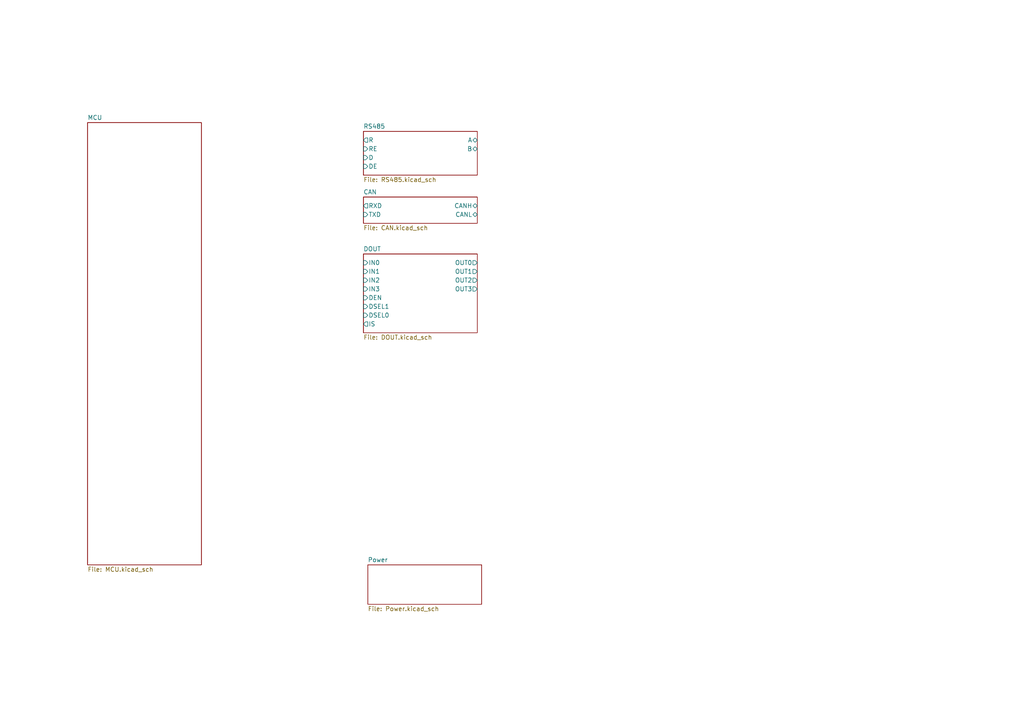
<source format=kicad_sch>
(kicad_sch
	(version 20231120)
	(generator "eeschema")
	(generator_version "8.0")
	(uuid "0d177ca6-e392-45a0-9514-d370436392ef")
	(paper "A4")
	(title_block
		(title "Open-PLC-Project")
		(date "2024-12-01")
		(company "-")
		(comment 1 "See the file \"LICENSE\" in the main directory of this archive for more details.")
		(comment 2 "This file is subject to the terms and conditions of the MIT License.")
		(comment 3 "Copyright (c) 2024 Yoon-Ki Hong")
	)
	(lib_symbols)
	(sheet
		(at 25.4 35.56)
		(size 33.02 128.27)
		(fields_autoplaced yes)
		(stroke
			(width 0.1524)
			(type solid)
		)
		(fill
			(color 0 0 0 0.0000)
		)
		(uuid "4500522c-e4c8-424c-82ea-be640253686b")
		(property "Sheetname" "MCU"
			(at 25.4 34.8484 0)
			(effects
				(font
					(size 1.27 1.27)
				)
				(justify left bottom)
			)
		)
		(property "Sheetfile" "MCU.kicad_sch"
			(at 25.4 164.4146 0)
			(effects
				(font
					(size 1.27 1.27)
				)
				(justify left top)
			)
		)
		(instances
			(project "Open-PLC-Project"
				(path "/0d177ca6-e392-45a0-9514-d370436392ef"
					(page "2")
				)
			)
		)
	)
	(sheet
		(at 106.68 163.83)
		(size 33.02 11.43)
		(fields_autoplaced yes)
		(stroke
			(width 0.1524)
			(type solid)
		)
		(fill
			(color 0 0 0 0.0000)
		)
		(uuid "94b67e7c-4fbc-4e60-a407-bbddd4f9dc06")
		(property "Sheetname" "Power"
			(at 106.68 163.1184 0)
			(effects
				(font
					(size 1.27 1.27)
				)
				(justify left bottom)
			)
		)
		(property "Sheetfile" "Power.kicad_sch"
			(at 106.68 175.8446 0)
			(effects
				(font
					(size 1.27 1.27)
				)
				(justify left top)
			)
		)
		(instances
			(project "Open-PLC-Project"
				(path "/0d177ca6-e392-45a0-9514-d370436392ef"
					(page "3")
				)
			)
		)
	)
	(sheet
		(at 105.41 73.66)
		(size 33.02 22.86)
		(fields_autoplaced yes)
		(stroke
			(width 0.1524)
			(type solid)
		)
		(fill
			(color 0 0 0 0.0000)
		)
		(uuid "caced042-0264-4901-a3a6-78acc82068a3")
		(property "Sheetname" "DOUT"
			(at 105.41 72.9484 0)
			(effects
				(font
					(size 1.27 1.27)
				)
				(justify left bottom)
			)
		)
		(property "Sheetfile" "DOUT.kicad_sch"
			(at 105.41 97.1046 0)
			(effects
				(font
					(size 1.27 1.27)
				)
				(justify left top)
			)
		)
		(pin "OUT2" output
			(at 138.43 81.28 0)
			(effects
				(font
					(size 1.27 1.27)
				)
				(justify right)
			)
			(uuid "a03cfe57-aa0f-404f-bf0a-87cfd52edae5")
		)
		(pin "OUT0" output
			(at 138.43 76.2 0)
			(effects
				(font
					(size 1.27 1.27)
				)
				(justify right)
			)
			(uuid "acea8a69-1ccc-4f12-bbf5-dc7779dd8c96")
		)
		(pin "OUT1" output
			(at 138.43 78.74 0)
			(effects
				(font
					(size 1.27 1.27)
				)
				(justify right)
			)
			(uuid "89b81fde-ab91-42b3-b8b0-11eca9995458")
		)
		(pin "OUT3" output
			(at 138.43 83.82 0)
			(effects
				(font
					(size 1.27 1.27)
				)
				(justify right)
			)
			(uuid "11c57ba0-90cf-4f55-8b6e-b59dfe6d759f")
		)
		(pin "IS" output
			(at 105.41 93.98 180)
			(effects
				(font
					(size 1.27 1.27)
				)
				(justify left)
			)
			(uuid "e3ec56bd-f0d5-4ab1-832d-8d07cb32e680")
		)
		(pin "IN0" input
			(at 105.41 76.2 180)
			(effects
				(font
					(size 1.27 1.27)
				)
				(justify left)
			)
			(uuid "be43980c-3da3-4b5e-bb5f-1b894212ea5d")
		)
		(pin "IN2" input
			(at 105.41 81.28 180)
			(effects
				(font
					(size 1.27 1.27)
				)
				(justify left)
			)
			(uuid "830a0157-6bd3-4b01-9162-d6a765fc8cb3")
		)
		(pin "IN1" input
			(at 105.41 78.74 180)
			(effects
				(font
					(size 1.27 1.27)
				)
				(justify left)
			)
			(uuid "098199c9-b488-4aa5-bf39-684bd08d337f")
		)
		(pin "IN3" input
			(at 105.41 83.82 180)
			(effects
				(font
					(size 1.27 1.27)
				)
				(justify left)
			)
			(uuid "fba03b95-9852-4a11-884e-e173762af897")
		)
		(pin "DEN" input
			(at 105.41 86.36 180)
			(effects
				(font
					(size 1.27 1.27)
				)
				(justify left)
			)
			(uuid "3fc226c9-be1d-4fef-bd68-75d63810e524")
		)
		(pin "DSEL1" input
			(at 105.41 88.9 180)
			(effects
				(font
					(size 1.27 1.27)
				)
				(justify left)
			)
			(uuid "71758543-d91e-4ae9-bea0-389c001a08f9")
		)
		(pin "DSEL0" input
			(at 105.41 91.44 180)
			(effects
				(font
					(size 1.27 1.27)
				)
				(justify left)
			)
			(uuid "b2b12e6c-b1c5-4bad-b9ed-adb0fe02815a")
		)
		(instances
			(project "Open-PLC-Project"
				(path "/0d177ca6-e392-45a0-9514-d370436392ef"
					(page "6")
				)
			)
		)
	)
	(sheet
		(at 105.41 38.1)
		(size 33.02 12.7)
		(fields_autoplaced yes)
		(stroke
			(width 0.1524)
			(type solid)
		)
		(fill
			(color 0 0 0 0.0000)
		)
		(uuid "d89ef6a0-3ba7-4277-9277-8f32ad685bed")
		(property "Sheetname" "RS485"
			(at 105.41 37.3884 0)
			(effects
				(font
					(size 1.27 1.27)
				)
				(justify left bottom)
			)
		)
		(property "Sheetfile" "RS485.kicad_sch"
			(at 105.41 51.3846 0)
			(effects
				(font
					(size 1.27 1.27)
				)
				(justify left top)
			)
		)
		(pin "RE" input
			(at 105.41 43.18 180)
			(effects
				(font
					(size 1.27 1.27)
				)
				(justify left)
			)
			(uuid "bef71e21-0ff8-4c29-8edb-5303b556a8bd")
		)
		(pin "D" input
			(at 105.41 45.72 180)
			(effects
				(font
					(size 1.27 1.27)
				)
				(justify left)
			)
			(uuid "a834c9a6-ebeb-48a9-9e09-ce51f60cde21")
		)
		(pin "DE" input
			(at 105.41 48.26 180)
			(effects
				(font
					(size 1.27 1.27)
				)
				(justify left)
			)
			(uuid "b1f9c503-d364-47a2-bcc1-ebeb5b64b4ae")
		)
		(pin "R" output
			(at 105.41 40.64 180)
			(effects
				(font
					(size 1.27 1.27)
				)
				(justify left)
			)
			(uuid "883d29ca-0649-47ad-a110-ca79ee613543")
		)
		(pin "A" bidirectional
			(at 138.43 40.64 0)
			(effects
				(font
					(size 1.27 1.27)
				)
				(justify right)
			)
			(uuid "030f71fe-d859-4712-9948-56df3116aa81")
		)
		(pin "B" bidirectional
			(at 138.43 43.18 0)
			(effects
				(font
					(size 1.27 1.27)
				)
				(justify right)
			)
			(uuid "26d30a8b-f89f-466e-9819-aeb8b465b0aa")
		)
		(instances
			(project "Open-PLC-Project"
				(path "/0d177ca6-e392-45a0-9514-d370436392ef"
					(page "5")
				)
			)
		)
	)
	(sheet
		(at 105.41 57.15)
		(size 33.02 7.62)
		(fields_autoplaced yes)
		(stroke
			(width 0.1524)
			(type solid)
		)
		(fill
			(color 0 0 0 0.0000)
		)
		(uuid "ecc73c34-7097-4317-902c-c1fb9ea56dcf")
		(property "Sheetname" "CAN"
			(at 105.41 56.4384 0)
			(effects
				(font
					(size 1.27 1.27)
				)
				(justify left bottom)
			)
		)
		(property "Sheetfile" "CAN.kicad_sch"
			(at 105.41 65.3546 0)
			(effects
				(font
					(size 1.27 1.27)
				)
				(justify left top)
			)
		)
		(pin "RXD" output
			(at 105.41 59.69 180)
			(effects
				(font
					(size 1.27 1.27)
				)
				(justify left)
			)
			(uuid "7f7d2594-c4bc-4e66-a362-4660b6ec3a4d")
		)
		(pin "TXD" input
			(at 105.41 62.23 180)
			(effects
				(font
					(size 1.27 1.27)
				)
				(justify left)
			)
			(uuid "af902a1c-e5a6-4438-bf0e-639b73dacaa6")
		)
		(pin "CANH" bidirectional
			(at 138.43 59.69 0)
			(effects
				(font
					(size 1.27 1.27)
				)
				(justify right)
			)
			(uuid "b848bef1-7736-486a-8f8c-0694675cdf42")
		)
		(pin "CANL" bidirectional
			(at 138.43 62.23 0)
			(effects
				(font
					(size 1.27 1.27)
				)
				(justify right)
			)
			(uuid "78211ecc-c8a8-49e4-b5aa-0a1fcf95b729")
		)
		(instances
			(project "Open-PLC-Project"
				(path "/0d177ca6-e392-45a0-9514-d370436392ef"
					(page "4")
				)
			)
		)
	)
	(sheet_instances
		(path "/"
			(page "1")
		)
	)
)

</source>
